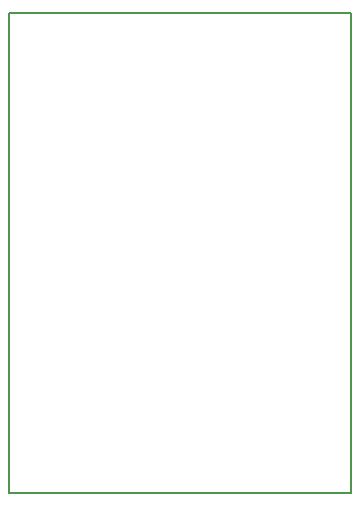
<source format=gbr>
G04 #@! TF.FileFunction,Profile,NP*
%FSLAX46Y46*%
G04 Gerber Fmt 4.6, Leading zero omitted, Abs format (unit mm)*
G04 Created by KiCad (PCBNEW 4.0.2-4+6225~38~ubuntu14.04.1-stable) date mån 11 jul 2016 23:59:32*
%MOMM*%
G01*
G04 APERTURE LIST*
%ADD10C,0.100000*%
%ADD11C,0.150000*%
G04 APERTURE END LIST*
D10*
D11*
X55880000Y-80645000D02*
X55880000Y-40005000D01*
X84836000Y-80645000D02*
X55880000Y-80645000D01*
X84836000Y-40005000D02*
X84836000Y-80645000D01*
X55880000Y-40005000D02*
X84836000Y-40005000D01*
M02*

</source>
